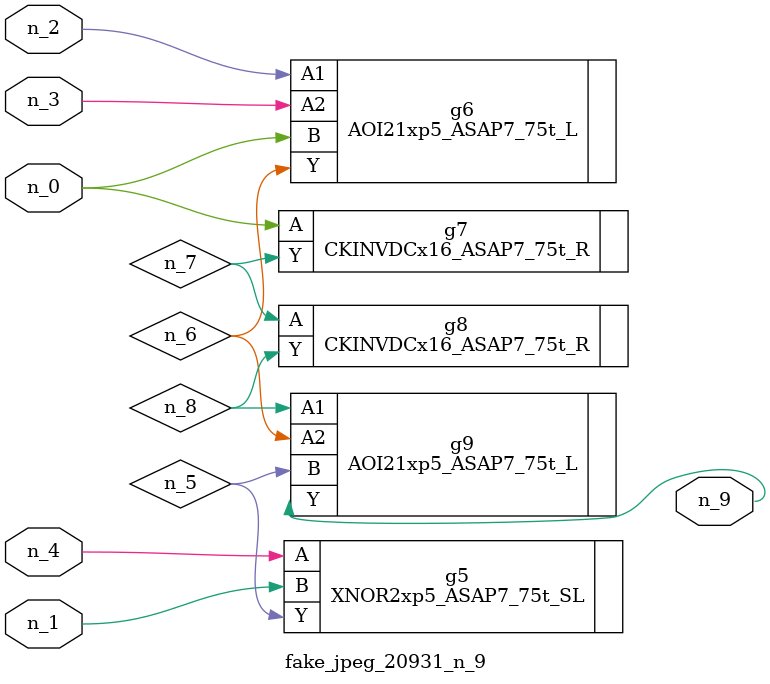
<source format=v>
module fake_jpeg_20931_n_9 (n_3, n_2, n_1, n_0, n_4, n_9);

input n_3;
input n_2;
input n_1;
input n_0;
input n_4;

output n_9;

wire n_8;
wire n_6;
wire n_5;
wire n_7;

XNOR2xp5_ASAP7_75t_SL g5 ( 
.A(n_4),
.B(n_1),
.Y(n_5)
);

AOI21xp5_ASAP7_75t_L g6 ( 
.A1(n_2),
.A2(n_3),
.B(n_0),
.Y(n_6)
);

CKINVDCx16_ASAP7_75t_R g7 ( 
.A(n_0),
.Y(n_7)
);

CKINVDCx16_ASAP7_75t_R g8 ( 
.A(n_7),
.Y(n_8)
);

AOI21xp5_ASAP7_75t_L g9 ( 
.A1(n_8),
.A2(n_6),
.B(n_5),
.Y(n_9)
);


endmodule
</source>
